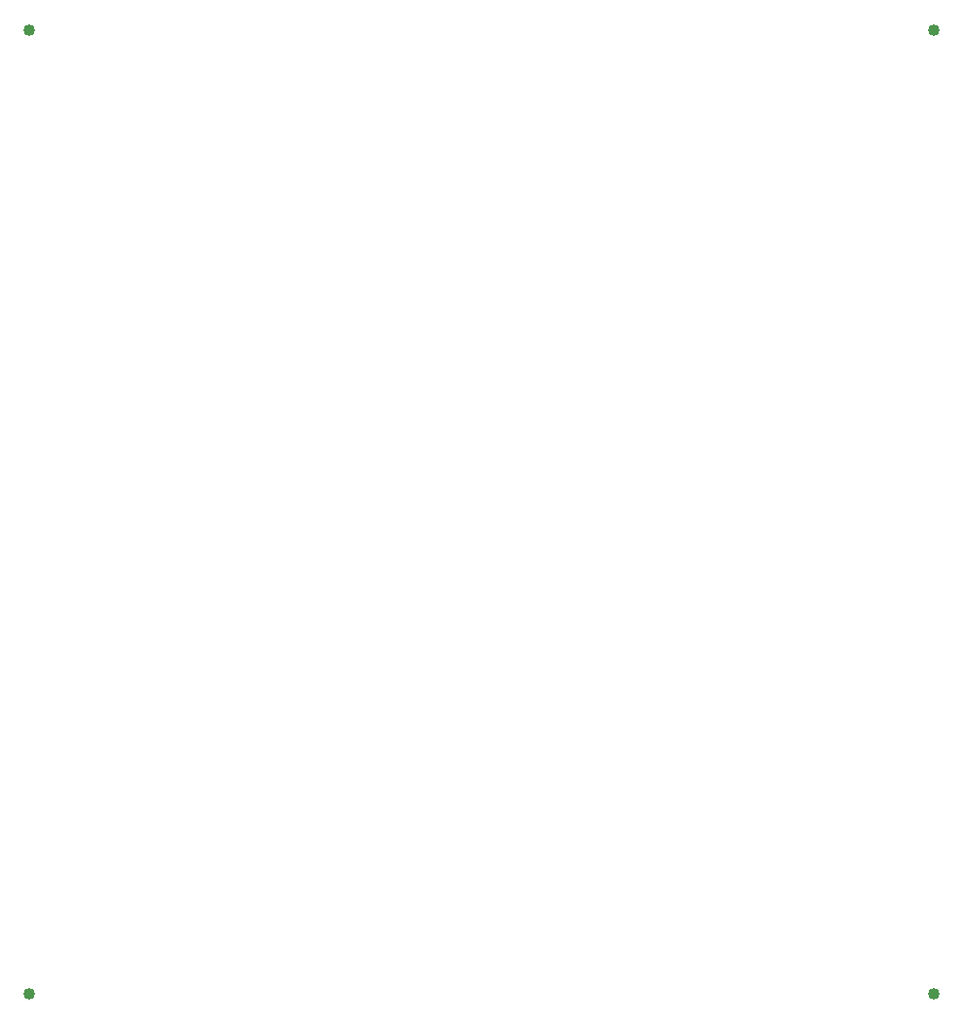
<source format=gbr>
%TF.GenerationSoftware,Altium Limited,Altium Designer,24.4.1 (13)*%
G04 Layer_Physical_Order=1*
G04 Layer_Color=255*
%FSLAX45Y45*%
%MOMM*%
%TF.SameCoordinates,D1C9AD75-6FC3-430C-8E8E-54DC3705F24A*%
%TF.FilePolarity,Positive*%
%TF.FileFunction,Copper,L1,Top,Signal*%
%TF.Part,Single*%
G01*
G75*
%TA.AperFunction,ViaPad*%
%ADD10C,1.01600*%
D10*
X3302000Y3302000D02*
D03*
X11176000D02*
D03*
Y11684000D02*
D03*
X3302000D02*
D03*
%TF.MD5,3e1749e45c9bcb8ddc2a9ea522fc7c53*%
M02*

</source>
